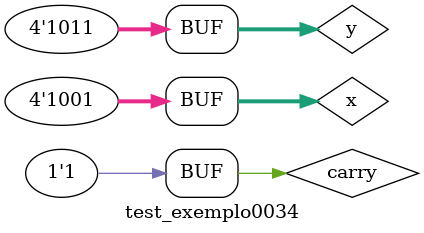
<source format=v>



module FullAdder(s, carryOut, x, y, carryIn);
  output s, carryOut;
  input x, y, carryIn;
  wire a, b, c;

//-- portas 
  xor (a, x, y);
  xor (s, a, carryIn);   
  and (b, x, y);
  and (c, a, carryIn);
  or (carryOut, c, b);
  
endmodule //--FullAdder

// ------------------------- 
// somador
// ------------------------- 

module somador(s, carryOut, x, y, carryIn);
  output [3:0] s;
  output carryOut;
  input  [3:0] x, y;
  input carryIn;
  
  wire c1, c2, c3, z1, z2, z3, z4, z5;
  
  //--portas 
  xor (z1, y[0] , carryIn);
  xor (z2, y[1] , carryIn);
  xor (z3, y[2] , carryIn);
  xor (z4, y[3] , carryIn);
  FullAdder FULLADDER0(s[0], c1, x[0], z1, carryIn);
  FullAdder FULLADDER1(s[1], c2, x[1], z2, c1);
  FullAdder FULLADDER2(s[2], c3, x[2], z3, c2);
  FullAdder FULLADDER3(s[3], z5, x[3], z4, c3);
  xor (carryOut, z5 , carryIn);
  
endmodule //--somador

 module verificarSeE0(output s , input [3:0] a);
 
 wire tmp0,tmp1,tmp2,tmp3;
 
 nor NOR0( tmp0 , 0 , a[0]);
 nor NOR1( tmp1 , 0 , a[1]);
 nor NOR2( tmp2 , 0 , a[2]);
 nor NOR3( tmp3 , 0 , a[3]);
 
 assign s = tmp0 & tmp1 & tmp2 & tmp3;
 
endmodule //-- FIm testa se e 0

// ------------------------- 
//  Soma e Subs
// -------------------------

module somaSubs( output [3:0] s , input [3:0] a , input operador );

wire carryOut;

somador SOMADOR0( s , carryOut , a , 0001 , operador );


endmodule //-- Fim SomaSub

module test_exemplo0034; 
// ------------------------- definir dados 
reg [3:0] x;
 
reg [3:0] y; 
reg carry; 
wire [3:0] soma , xMenos1;
wire carryOut , resp; 

//-- operador 1 pois e uma subtracao

somaSubs SOMASUBS1(xMenos1, x , 1 );
somador SOMADOR0(soma, carryOut, x, y, carry);

//-- VErificar se o resultado e 0
verificarSeE0 VERIFICAR0(resp, soma);

// ------------------------- parte principal 
  initial
  begin
  $display("Exemplo0034 - Alvaro Henrique de Araujo Rungue - 395487"); 
  $display("Test Exemplo0034: "); 
  
  //--Testes
  $monitor($time," x = %b x - 1 = %b y = %b carryIn = %b * carry out = %b soma = %b *** Verificacao se e 0 : %b\n",x , xMenos1 , y, carry,carryOut,soma,resp );
  end
  
  // Entradas
  initial
  begin
  x = 4'b0010;y = 4'b0100; carry = 1'b0;


  #5 x = 4'b0001;y = 4'b1111;
  #5 x = 4'b0011;y = 4'b1011;
  #5 x = 4'b0001;y = 4'b1011;
  #5 x = 4'b0001;y = 4'b1011;
  
   #5 x = 4'b0010;y = 4'b0100;carry = 1'b1;
   #5 x = 4'b1001;y = 4'b1111;
   #5 x = 4'b0011;y = 4'b1011;
   #5 x = 4'b0101;y = 4'b1011;
   #5 x = 4'b1001;y = 4'b1011;

  end
endmodule // --test
</source>
